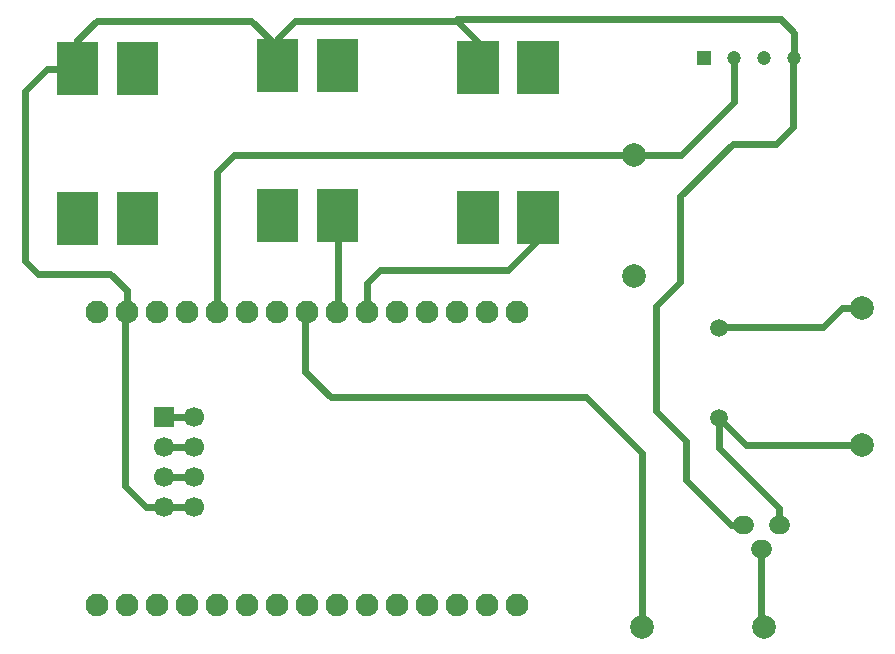
<source format=gbl>
G04 Layer: BottomLayer*
G04 EasyEDA v6.4.25, 2021-12-28T21:41:51+00:00*
G04 Gerber Generator version 0.2*
G04 Scale: 100 percent, Rotated: No, Reflected: No *
G04 Dimensions in millimeters *
G04 leading zeros omitted , absolute positions ,4 integer and 5 decimal *
%FSLAX45Y45*%
%MOMM*%

%ADD11C,0.6000*%
%ADD12C,1.9304*%
%ADD14C,1.7000*%
%ADD15R,1.7000X1.7000*%
%ADD17C,1.1989*%
%ADD18C,2.0000*%
%ADD19C,1.5011*%
%ADD20C,1.5240*%

%LPD*%
D11*
X2546350Y9271000D02*
G01*
X2546350Y9505950D01*
X2692400Y9652000D01*
X4064000Y9652000D01*
X4241800Y9474200D01*
X4241800Y9258300D01*
X850900Y9245600D02*
G01*
X850900Y9486900D01*
X1016000Y9652000D01*
X2324100Y9652000D01*
X2546350Y9429750D01*
X2546350Y9271000D01*
X6921500Y9334500D02*
G01*
X6921500Y9550400D01*
X6807200Y9664700D01*
X4064000Y9664700D01*
X1269009Y7183297D02*
G01*
X1269009Y7366990D01*
X1130300Y7505700D01*
X520700Y7505700D01*
X406400Y7620000D01*
X406400Y9055100D01*
X596900Y9245600D01*
X850900Y9245600D01*
X5562600Y8516112D02*
G01*
X2178811Y8516112D01*
X2032000Y8369300D01*
X2030984Y7183373D01*
X5562600Y8516010D02*
G01*
X5963310Y8516010D01*
X6413500Y8966200D01*
X6413500Y9334500D01*
X1587500Y5791200D02*
G01*
X1841500Y5791200D01*
X1587500Y6045200D02*
G01*
X1841500Y6045200D01*
X1587500Y6299200D02*
G01*
X1841500Y6299200D01*
X5631789Y4521200D02*
G01*
X5631789Y5988710D01*
X5156200Y6464300D01*
X2997200Y6464300D01*
X2781300Y6680200D01*
X2781300Y7171588D01*
X2793009Y7183297D01*
X6794500Y5384800D02*
G01*
X6794500Y5524500D01*
X6286500Y6032500D01*
X6286500Y6286500D01*
X7493000Y6062090D02*
G01*
X6510909Y6062090D01*
X6286500Y6286500D01*
X7493000Y7222109D02*
G01*
X7323709Y7222109D01*
X7162800Y7061200D01*
X6299200Y7061200D01*
X6286500Y7048500D01*
X6661810Y4521200D02*
G01*
X6642100Y4540910D01*
X6642100Y5181600D01*
X6489700Y5384800D02*
G01*
X6388100Y5384800D01*
X6007100Y5765800D01*
X6007100Y6096000D01*
X5753100Y6350000D01*
X5753100Y7239000D01*
X5956300Y7442200D01*
X5956300Y8166100D01*
X6400800Y8610600D01*
X6769100Y8610600D01*
X6908800Y8750300D01*
X6908800Y9321800D01*
X6921500Y9334500D01*
X4749800Y7988300D02*
G01*
X4749800Y7797800D01*
X4495800Y7543800D01*
X3416300Y7543800D01*
X3302000Y7429500D01*
X3300984Y7183373D01*
X3054350Y8001000D02*
G01*
X3054350Y7190638D01*
X3047009Y7183297D01*
X1587500Y5537200D02*
G01*
X1435100Y5537200D01*
X1257300Y5715000D01*
X1257300Y7171689D01*
X1268984Y7183373D01*
X1587500Y5537200D02*
G01*
X1841500Y5537200D01*
D12*
G01*
X1015009Y7183297D03*
G01*
X1269009Y7183297D03*
G01*
X1523009Y7183297D03*
G01*
X1777009Y7183297D03*
G01*
X2031009Y7183297D03*
G01*
X2285009Y7183297D03*
G01*
X2539009Y7183297D03*
G01*
X2793009Y7183297D03*
G01*
X3047009Y7183297D03*
G01*
X3301009Y7183297D03*
G01*
X3555009Y7183297D03*
G01*
X3809009Y7183297D03*
G01*
X4063009Y7183297D03*
G01*
X4317009Y7183297D03*
G01*
X4571009Y7183297D03*
G01*
X1015009Y4706289D03*
G01*
X1269009Y4706289D03*
G01*
X1523009Y4706289D03*
G01*
X1777009Y4706289D03*
G01*
X2031009Y4706289D03*
G01*
X2285009Y4706289D03*
G01*
X2539009Y4706289D03*
G01*
X2793009Y4706289D03*
G01*
X3047009Y4706289D03*
G01*
X3301009Y4706289D03*
G01*
X3555009Y4706289D03*
G01*
X3809009Y4706289D03*
G01*
X4063009Y4706289D03*
G01*
X4317009Y4706289D03*
G01*
X4571009Y4706289D03*
G36*
X1533905Y9020606D02*
G01*
X1533905Y9470593D01*
X1183894Y9470593D01*
X1183894Y9020606D01*
G37*
G36*
X1025905Y9020606D02*
G01*
X1025905Y9470593D01*
X675894Y9470593D01*
X675894Y9020606D01*
G37*
G36*
X1533905Y7750606D02*
G01*
X1533905Y8200593D01*
X1183894Y8200593D01*
X1183894Y7750606D01*
G37*
G36*
X1025905Y7750606D02*
G01*
X1025905Y8200593D01*
X675894Y8200593D01*
X675894Y7750606D01*
G37*
G36*
X3229356Y9046006D02*
G01*
X3229356Y9495993D01*
X2879343Y9495993D01*
X2879343Y9046006D01*
G37*
G36*
X2721356Y9046006D02*
G01*
X2721356Y9495993D01*
X2371343Y9495993D01*
X2371343Y9046006D01*
G37*
G36*
X3229356Y7776006D02*
G01*
X3229356Y8225993D01*
X2879343Y8225993D01*
X2879343Y7776006D01*
G37*
G36*
X2721356Y7776006D02*
G01*
X2721356Y8225993D01*
X2371343Y8225993D01*
X2371343Y7776006D01*
G37*
G36*
X4924806Y9033306D02*
G01*
X4924806Y9483293D01*
X4574793Y9483293D01*
X4574793Y9033306D01*
G37*
G36*
X4416806Y9033306D02*
G01*
X4416806Y9483293D01*
X4066793Y9483293D01*
X4066793Y9033306D01*
G37*
G36*
X4924806Y7763306D02*
G01*
X4924806Y8213293D01*
X4574793Y8213293D01*
X4574793Y7763306D01*
G37*
G36*
X4416806Y7763306D02*
G01*
X4416806Y8213293D01*
X4066793Y8213293D01*
X4066793Y7763306D01*
G37*
D14*
G01*
X1841500Y5537200D03*
D15*
G01*
X1587500Y6299200D03*
D14*
G01*
X1841500Y6299200D03*
G01*
X1587500Y6045200D03*
G01*
X1841500Y6045200D03*
G01*
X1587500Y5791200D03*
G01*
X1841500Y5791200D03*
G01*
X1587500Y5537200D03*
G36*
X6099556Y9394444D02*
G01*
X6219443Y9394444D01*
X6219443Y9274555D01*
X6099556Y9274555D01*
G37*
D17*
G01*
X6413500Y9334500D03*
G01*
X6667500Y9334500D03*
G01*
X6921500Y9334500D03*
D18*
G01*
X5631789Y4521200D03*
G01*
X6661810Y4521200D03*
D19*
G01*
X6286500Y7048500D03*
G01*
X6286500Y6286500D03*
D18*
G01*
X5562600Y7485989D03*
G01*
X5562600Y8516010D03*
G01*
X7493000Y7222109D03*
G01*
X7493000Y6062090D03*
D20*
X6655899Y5181600D02*
G01*
X6628300Y5181600D01*
X6503499Y5384800D02*
G01*
X6475900Y5384800D01*
X6808299Y5384800D02*
G01*
X6780700Y5384800D01*
M02*

</source>
